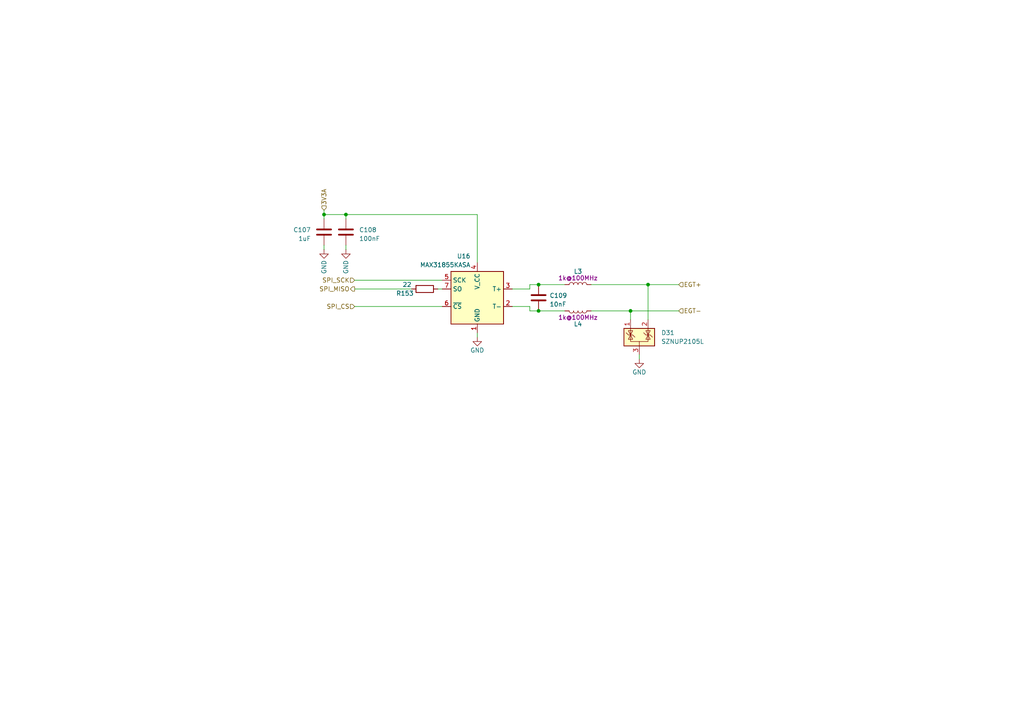
<source format=kicad_sch>
(kicad_sch (version 20231120) (generator "eeschema") (generator_version "8.0")
  (paper "A4")
  (lib_symbols
    (symbol "Device:C" (pin_numbers hide) (pin_names (offset 0.254))
      (property "Reference" "C" (at 0.635 2.54 0))
      (property "Value" "C" (at 0.635 -2.54 0))
      (symbol "C_0_1"
        (polyline (pts (xy -2.032 -0.762) (xy 2.032 -0.762)) (stroke (width 0.508)))
        (polyline (pts (xy -2.032 0.762) (xy 2.032 0.762)) (stroke (width 0.508)))
      )
      (symbol "C_1_1"
        (pin passive line (at 0 3.81 270) (length 2.794) (name "~") (number "1"))
        (pin passive line (at 0 -3.81 90) (length 2.794) (name "~") (number "2"))
      )
    )
    (symbol "Device:L" (pin_numbers hide) (pin_names (offset 1.016) hide)
      (property "Reference" "L" (at -1.27 0 90))
      (property "Value" "L" (at 1.905 0 90))
      (symbol "L_0_1"
        (arc (start 0 -2.54) (mid 0.6323 -1.905) (end 0 -1.27))
        (arc (start 0 -1.27) (mid 0.6323 -0.635) (end 0 0))
        (arc (start 0 0) (mid 0.6323 0.635) (end 0 1.27))
        (arc (start 0 1.27) (mid 0.6323 1.905) (end 0 2.54))
      )
      (symbol "L_1_1"
        (pin passive line (at 0 3.81 270) (length 1.27) (name "1") (number "1"))
        (pin passive line (at 0 -3.81 90) (length 1.27) (name "2") (number "2"))
      )
    )
    (symbol "Device:R" (pin_numbers hide) (pin_names (offset 0))
      (property "Reference" "R" (at 2.032 0 90))
      (property "Value" "R" (at 0 0 90))
      (symbol "R_0_1"
        (rectangle (start -1.016 -2.54) (end 1.016 2.54) (stroke (width 0.254)))
      )
      (symbol "R_1_1"
        (pin passive line (at 0 3.81 270) (length 1.27) (name "~") (number "1"))
        (pin passive line (at 0 -3.81 90) (length 1.27) (name "~") (number "2"))
      )
    )
    (symbol "Power_Protection:SZNUP2105L" (pin_names hide)
      (property "Reference" "D" (at 5.715 2.54 0))
      (property "Value" "SZNUP2105L" (at 5.715 0.635 0))
      (symbol "SZNUP2105L_0_0"
        (pin passive line (at 0 -5.08 90) (length 2.54) (name "A") (number "3"))
      )
      (symbol "SZNUP2105L_0_1"
        (rectangle (start -4.445 2.54) (end 4.445 -2.54) (stroke (width 0.254)) (fill (type background)))
        (polyline (pts (xy -2.54 2.54) (xy -2.54 0.635)))
        (polyline (pts (xy 0 -1.27) (xy 0 -2.54)))
        (polyline (pts (xy 2.54 2.54) (xy 2.54 0.635)))
        (polyline (pts (xy -3.81 1.27) (xy -3.175 0.635) (xy -1.905 0.635) (xy -1.27 0)))
        (polyline (pts (xy -2.54 0.635) (xy -2.54 -1.27) (xy 2.54 -1.27) (xy 2.54 0.635)))
        (polyline (pts (xy -2.54 0.635) (xy -1.905 -0.635) (xy -3.175 -0.635) (xy -2.54 0.635)))
        (polyline (pts (xy 2.54 0.635) (xy 1.905 -0.635) (xy 3.175 -0.635) (xy 2.54 0.635)))
        (polyline (pts (xy 2.54 0.635) (xy 3.175 1.905) (xy 1.905 1.905) (xy 2.54 0.635)))
        (polyline (pts (xy -2.54 0.635) (xy -3.175 1.905) (xy -1.905 1.905) (xy -2.54 0.635) (xy -2.54 1.27)))
        (polyline (pts (xy 1.27 1.27) (xy 1.905 0.635) (xy 2.54 0.635) (xy 3.175 0.635) (xy 3.81 0)))
      )
      (symbol "SZNUP2105L_1_1"
        (pin passive line (at -2.54 5.08 270) (length 2.54) (name "K") (number "1"))
        (pin passive line (at 2.54 5.08 270) (length 2.54) (name "K") (number "2"))
      )
    )
    (symbol "Sensor_Temperature:MAX31855KASA"
      (property "Reference" "U" (at -7.62 8.89 0))
      (property "Value" "MAX31855KASA" (at 1.27 8.89 0))
      (symbol "MAX31855KASA_0_1"
        (rectangle (start -7.62 7.62) (end 7.62 -7.62) (stroke (width 0.254)) (fill (type background)))
      )
      (symbol "MAX31855KASA_1_1"
        (pin power_in line (at 0 -10.16 90) (length 2.54) (name "GND") (number "1"))
        (pin passive line (at -10.16 -2.54 0) (length 2.54) (name "T-") (number "2"))
        (pin passive line (at -10.16 2.54 0) (length 2.54) (name "T+") (number "3"))
        (pin power_in line (at 0 10.16 270) (length 2.54) (name "V_CC") (number "4"))
        (pin input line (at 10.16 5.08 180) (length 2.54) (name "SCK") (number "5"))
        (pin input line (at 10.16 -2.54 180) (length 2.54) (name "~{CS}") (number "6"))
        (pin tri_state line (at 10.16 2.54 180) (length 2.54) (name "SO") (number "7"))
      )
    )
    (symbol "power:GND" (power) (pin_numbers hide) (pin_names (offset 0) hide)
      (property "Value" "GND" (at 0 -3.81 0))
      (symbol "GND_0_1"
        (polyline (pts (xy 0 0) (xy 0 -1.27) (xy 1.27 -1.27) (xy 0 -2.54) (xy -1.27 -1.27) (xy 0 -1.27)))
      )
      (symbol "GND_1_1"
        (pin power_in line (at 0 0 270) (length 0) (name "~") (number "1"))
      )
    )
  )
  (junction (at 182.88 90.17))
  (junction (at 187.96 82.55))
  (junction (at 156.21 82.55))
  (junction (at 100.33 62.23))
  (junction (at 93.98 62.23))
  (junction (at 156.21 90.17))
  (wire (pts (xy 171.45 90.17) (xy 182.88 90.17)))
  (wire (pts (xy 138.43 62.23) (xy 100.33 62.23)))
  (wire (pts (xy 185.42 102.87) (xy 185.42 104.14)))
  (wire (pts (xy 102.87 88.9) (xy 128.27 88.9)))
  (wire (pts (xy 156.21 82.55) (xy 163.83 82.55)))
  (wire (pts (xy 148.59 83.82) (xy 153.67 83.82)))
  (wire (pts (xy 187.96 82.55) (xy 196.85 82.55)))
  (wire (pts (xy 182.88 90.17) (xy 182.88 92.71)))
  (wire (pts (xy 182.88 90.17) (xy 196.85 90.17)))
  (wire (pts (xy 138.43 76.2) (xy 138.43 62.23)))
  (wire (pts (xy 156.21 90.17) (xy 163.83 90.17)))
  (wire (pts (xy 102.87 81.28) (xy 128.27 81.28)))
  (wire (pts (xy 93.98 62.23) (xy 100.33 62.23)))
  (wire (pts (xy 153.67 90.17) (xy 153.67 88.9)))
  (wire (pts (xy 187.96 82.55) (xy 187.96 92.71)))
  (wire (pts (xy 93.98 63.5) (xy 93.98 62.23)))
  (wire (pts (xy 153.67 88.9) (xy 148.59 88.9)))
  (wire (pts (xy 153.67 82.55) (xy 156.21 82.55)))
  (wire (pts (xy 93.98 71.12) (xy 93.98 72.39)))
  (wire (pts (xy 100.33 71.12) (xy 100.33 72.39)))
  (wire (pts (xy 138.43 96.52) (xy 138.43 97.79)))
  (wire (pts (xy 127 83.82) (xy 128.27 83.82)))
  (wire (pts (xy 102.87 83.82) (xy 119.38 83.82)))
  (wire (pts (xy 93.98 60.96) (xy 93.98 62.23)))
  (wire (pts (xy 156.21 90.17) (xy 153.67 90.17)))
  (wire (pts (xy 100.33 62.23) (xy 100.33 63.5)))
  (wire (pts (xy 171.45 82.55) (xy 187.96 82.55)))
  (wire (pts (xy 153.67 82.55) (xy 153.67 83.82)))
  (hierarchical_label "EGT-" (shape input) (at 196.85 90.17 0))
  (hierarchical_label "3V3A" (shape input) (at 93.98 60.96 90))
  (hierarchical_label "SPI_CS" (shape input) (at 102.87 88.9 180))
  (hierarchical_label "SPI_SCK" (shape input) (at 102.87 81.28 180))
  (hierarchical_label "SPI_MISO" (shape output) (at 102.87 83.82 180))
  (hierarchical_label "EGT+" (shape input) (at 196.85 82.55 0))
  (symbol (lib_id "power:GND") (at 185.42 104.14 0) (unit 1)
    (property "Reference" "#PWR0167" (effects (hide yes)))
    (property "Value" "GND" (at 185.42 107.95 0))
    (property "Description" "Power symbol creates a global label with name \"GND\" , ground" (effects (hide yes)))
  )
  (symbol (lib_id "Device:L") (at 167.64 82.55 90) (unit 1)
    (property "Reference" "L3" (at 167.64 78.74 90))
    (property "Value" "BLM18SP102SN1D" (effects (hide yes)))
    (property "Footprint" "Inductor_SMD:L_0603_1608Metric_Pad1.05x0.95mm_HandSolder" (effects (hide yes)))
    (property "Pole4" "1k@100MHz" (at 167.64 80.645 90))
  )
  (symbol (lib_id "Device:L") (at 167.64 90.17 90) (mirror x) (unit 1)
    (property "Reference" "L4" (at 167.64 93.98 90))
    (property "Value" "BLM18SP102SN1D" (effects (hide yes)))
    (property "Footprint" "Inductor_SMD:L_0603_1608Metric_Pad1.05x0.95mm_HandSolder" (effects (hide yes)))
    (property "Pole4" "1k@100MHz" (at 167.64 92.075 90))
  )
  (symbol (lib_id "Device:C") (at 100.33 67.31 180) (unit 1)
    (property "Reference" "C108" (at 104.14 66.675 0) (effects (justify right)))
    (property "Value" "100nF" (at 104.14 69.215 0) (effects (justify right)))
    (property "Footprint" "Capacitor_SMD:C_0402_1005Metric" (effects (hide yes)))
    (property "MPN" "CL05B104KB54PNC" (effects (hide yes)))
  )
  (symbol (lib_id "power:GND") (at 100.33 72.39 0) (unit 1)
    (property "Reference" "#PWR0165" (effects (hide yes)))
    (property "Value" "GND" (at 100.33 77.47 90))
    (property "Description" "Power symbol creates a global label with name \"GND\" , ground" (effects (hide yes)))
  )
  (symbol (lib_id "power:GND") (at 93.98 72.39 0) (unit 1)
    (property "Reference" "#PWR0164" (effects (hide yes)))
    (property "Value" "GND" (at 93.98 77.47 90))
    (property "Description" "Power symbol creates a global label with name \"GND\" , ground" (effects (hide yes)))
  )
  (symbol (lib_id "power:GND") (at 138.43 97.79 0) (unit 1)
    (property "Reference" "#PWR0166" (effects (hide yes)))
    (property "Value" "GND" (at 138.43 101.6 0))
    (property "Description" "Power symbol creates a global label with name \"GND\" , ground" (effects (hide yes)))
  )
  (symbol (lib_id "Device:C") (at 93.98 67.31 0) (mirror y) (unit 1)
    (property "Reference" "C107" (at 90.17 66.675 0) (effects (justify left)))
    (property "Value" "1uF" (at 90.17 69.215 0) (effects (justify left)))
    (property "Footprint" "Capacitor_SMD:C_0805_2012Metric" (effects (hide yes)))
    (property "MPN" "CL21B105KBFNNNG" (effects (hide yes)))
  )
  (symbol (lib_id "Power_Protection:SZNUP2105L") (at 185.42 97.79 0) (unit 1)
    (property "Reference" "D31" (at 191.77 96.5199 0) (effects (justify left)))
    (property "Value" "SZNUP2105L" (at 191.77 99.0599 0) (effects (justify left)))
    (property "Footprint" "Package_TO_SOT_SMD:SOT-23" (effects (hide yes)))
    (property "Datasheet" "https://www.onsemi.com/pub_link/Collateral/NUP2105L-D.PDF" (effects (hide yes)))
    (property "Description" "Dual Line CAN Bus Protector, 24Vrwm, Automotive Grade" (effects (hide yes)))
    (property "MPN" "SZNUP2105LT1G" (effects (hide yes)))
  )
  (symbol (lib_id "Device:R") (at 123.19 83.82 90) (mirror x) (unit 1)
    (property "Reference" "R153" (at 120.015 85.09 90) (effects (justify left)))
    (property "Value" "22" (at 119.38 82.55 90) (effects (justify left)))
    (property "Footprint" "Resistor_SMD:R_0402_1005Metric" (effects (hide yes)))
    (property "MPN" "AC0402FR-0722RL" (effects (hide yes)))
  )
  (symbol (lib_id "Device:C") (at 156.21 86.36 180) (unit 1)
    (property "Reference" "C109" (at 159.385 85.725 0) (effects (justify right)))
    (property "Value" "10nF" (at 159.385 88.265 0) (effects (justify right)))
    (property "Footprint" "Capacitor_SMD:C_0402_1005Metric" (effects (hide yes)))
    (property "MPN" "GCM155R71H103MA55D" (effects (hide yes)))
  )
  (symbol (lib_id "Sensor_Temperature:MAX31855KASA") (at 138.43 86.36 0) (mirror y) (unit 1)
    (property "Reference" "U16" (at 136.4741 74.295 0) (effects (justify left)))
    (property "Value" "MAX31855KASA" (at 136.4741 76.835 0) (effects (justify left)))
    (property "Footprint" "Package_SO:SOIC-8_3.9x4.9mm_P1.27mm" (effects (hide yes)))
    (property "Datasheet" "http://datasheets.maximintegrated.com/en/ds/MAX31855.pdf" (effects (hide yes)))
    (property "Description" "Cold Junction K-type Termocouple Interface, SPI, SO8" (effects (hide yes)))
  )
)
</source>
